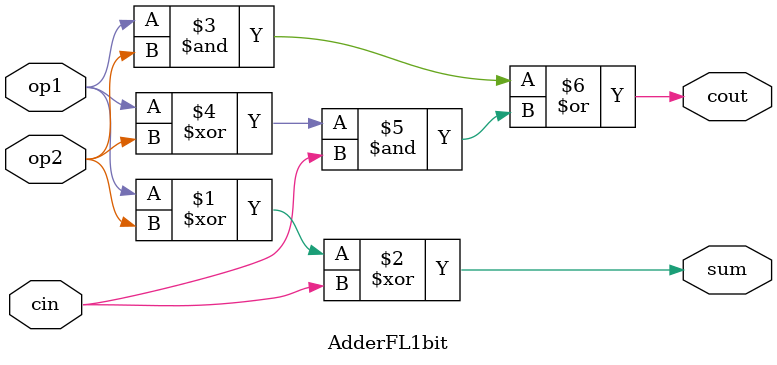
<source format=v>
`ifndef ADDER_FULL_1BIT_V
`define ADDER_FULL_1BIT_V

module AdderFL1bit(
    input  wire op1,
    input  wire op2,
    input  wire cin,
    output wire sum,
    output wire cout
);

    assign sum  = op1 ^ op2 ^ cin;
    assign cout = (op1 & op2) | ((op1 ^ op2) & cin);

endmodule

`endif 
</source>
